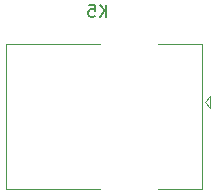
<source format=gbr>
%TF.GenerationSoftware,KiCad,Pcbnew,(5.1.8)-1*%
%TF.CreationDate,2021-12-10T09:06:31+01:00*%
%TF.ProjectId,FirePlace_V1,46697265-506c-4616-9365-5f56312e6b69,rev?*%
%TF.SameCoordinates,Original*%
%TF.FileFunction,Legend,Bot*%
%TF.FilePolarity,Positive*%
%FSLAX46Y46*%
G04 Gerber Fmt 4.6, Leading zero omitted, Abs format (unit mm)*
G04 Created by KiCad (PCBNEW (5.1.8)-1) date 2021-12-10 09:06:31*
%MOMM*%
%LPD*%
G01*
G04 APERTURE LIST*
%ADD10C,0.120000*%
%ADD11C,0.150000*%
G04 APERTURE END LIST*
D10*
%TO.C,K5*%
X88037600Y-84015400D02*
X87537600Y-83515400D01*
X88037600Y-83015400D02*
X88037600Y-84015400D01*
X87537600Y-83515400D02*
X88037600Y-83015400D01*
X70717600Y-90875400D02*
X78687600Y-90875400D01*
X70717600Y-78655400D02*
X78687600Y-78655400D01*
X70717600Y-90875400D02*
X70717600Y-78655400D01*
X87337600Y-78655400D02*
X83587600Y-78655400D01*
X87337600Y-90875400D02*
X83587600Y-90875400D01*
X87337600Y-90875400D02*
X87337600Y-78655400D01*
D11*
X79225695Y-76317780D02*
X79225695Y-75317780D01*
X78654266Y-76317780D02*
X79082838Y-75746352D01*
X78654266Y-75317780D02*
X79225695Y-75889209D01*
X77749504Y-75317780D02*
X78225695Y-75317780D01*
X78273314Y-75793971D01*
X78225695Y-75746352D01*
X78130457Y-75698733D01*
X77892361Y-75698733D01*
X77797123Y-75746352D01*
X77749504Y-75793971D01*
X77701885Y-75889209D01*
X77701885Y-76127304D01*
X77749504Y-76222542D01*
X77797123Y-76270161D01*
X77892361Y-76317780D01*
X78130457Y-76317780D01*
X78225695Y-76270161D01*
X78273314Y-76222542D01*
%TD*%
M02*

</source>
